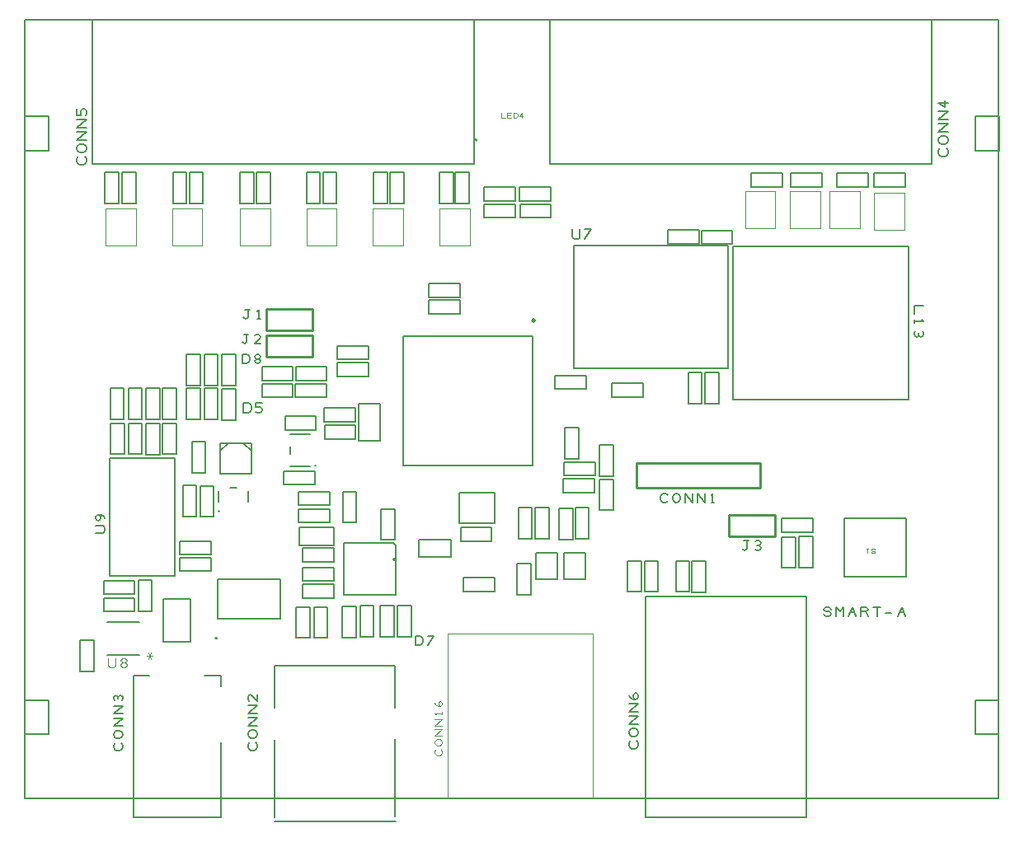
<source format=gbr>
%FSLAX36Y36*%
%MOMM*%
G04 EasyPC Gerber Version 18.0.8 Build 3632 *
%ADD10C,0.02540*%
%ADD14C,0.07620*%
%ADD20C,0.10000*%
%ADD15C,0.10160*%
%ADD17C,0.12700*%
%ADD18C,0.15000*%
%ADD71C,0.15240*%
%ADD13C,0.18000*%
%ADD19C,0.20000*%
%ADD70C,0.25000*%
%ADD21C,0.25400*%
X0Y0D02*
D02*
D10*
X50404200Y60197700D02*
X53504200D01*
Y63997700*
X50404200*
Y60197700*
X57204200D02*
X60304200D01*
Y63997700*
X57204200*
Y60197700*
X64179200D02*
X67279200D01*
Y63997700*
X64179200*
Y60197700*
X71004200D02*
X74104200D01*
Y63997700*
X71004200*
Y60197700*
X77804200D02*
X80904200D01*
Y63997700*
X77804200*
Y60197700*
X84704200D02*
X87804200D01*
Y63997700*
X84704200*
Y60197700*
X91004200Y73793000D02*
Y73316800D01*
X91401100*
X91639200D02*
Y73793000D01*
X92036100*
X91956700Y73554900D02*
X91639200D01*
Y73316800D02*
X92036100D01*
X92274200D02*
Y73793000D01*
X92512300*
X92591700Y73753300*
X92631400Y73713600*
X92671100Y73634300*
Y73475500*
X92631400Y73396100*
X92591700Y73356500*
X92512300Y73316800*
X92274200*
X93107600D02*
Y73793000D01*
X92909200Y73475500*
X93226700*
X119154200Y65747700D02*
X116054200D01*
Y61947700*
X119154200*
Y65747700*
X120679200Y61947700D02*
X123779200D01*
Y65747700*
X120679200*
Y61947700*
X127829200Y65797700D02*
X124729200D01*
Y61997700*
X127829200*
Y65797700*
X129279200Y61797700D02*
X132379200D01*
Y65597700*
X129279200*
Y61797700*
X129404200Y28934600D02*
X129364500Y29013900D01*
X129285100Y29053600*
X129126400*
X129047000Y29013900*
X129007300Y28934600*
X129047000Y28855200*
X129126400Y28815500*
X129285100*
X129364500Y28775800*
X129404200Y28696400*
X129364500Y28617100*
X129285100Y28577400*
X129126400*
X129047000Y28617100*
X129007300Y28696400*
X128689800Y29053600D02*
X128531100D01*
X128610400D02*
Y28577400D01*
X128689800Y28656800*
D02*
D13*
X48232300Y69291500D02*
X48311700Y69212100D01*
X48391100Y69053300*
Y68815200*
X48311700Y68656500*
X48232300Y68577100*
X48073600Y68497700*
X47756100*
X47597300Y68577100*
X47517900Y68656500*
X47438600Y68815200*
Y69053300*
X47517900Y69212100*
X47597300Y69291500*
X48073600Y69767700D02*
X47756100D01*
X47597300Y69847100*
X47517900Y69926500*
X47438600Y70085200*
Y70244000*
X47517900Y70402700*
X47597300Y70482100*
X47756100Y70561500*
X48073600*
X48232300Y70482100*
X48311700Y70402700*
X48391100Y70244000*
Y70085200*
X48311700Y69926500*
X48232300Y69847100*
X48073600Y69767700*
X48391100Y71037700D02*
X47438600D01*
X48391100Y71831500*
X47438600*
X48391100Y72307700D02*
X47438600D01*
X48391100Y73101500*
X47438600*
X48311700Y73577700D02*
X48391100Y73736500D01*
Y73974600*
X48311700Y74133300*
X48152900Y74212700*
X48073600*
X47914800Y74133300*
X47835400Y73974600*
Y73577700*
X47438600*
Y74212700*
X49363600Y30622700D02*
X50077900D01*
X50236700Y30702100*
X50316100Y30860800*
Y31178300*
X50236700Y31337100*
X50077900Y31416500*
X49363600*
X50316100Y32130800D02*
X50236700Y32289600D01*
X50077900Y32448300*
X49839800Y32527700*
X49601700*
X49442900Y32448300*
X49363600Y32289600*
Y32130800*
X49442900Y31972100*
X49601700Y31892700*
X49760400Y31972100*
X49839800Y32130800*
Y32289600*
X49760400Y32448300*
X49601700Y32527700*
X51982300Y9066500D02*
X52061700Y8987100D01*
X52141100Y8828300*
Y8590200*
X52061700Y8431500*
X51982300Y8352100*
X51823600Y8272700*
X51506100*
X51347300Y8352100*
X51267900Y8431500*
X51188600Y8590200*
Y8828300*
X51267900Y8987100*
X51347300Y9066500*
X51823600Y9542700D02*
X51506100D01*
X51347300Y9622100*
X51267900Y9701500*
X51188600Y9860200*
Y10019000*
X51267900Y10177700*
X51347300Y10257100*
X51506100Y10336500*
X51823600*
X51982300Y10257100*
X52061700Y10177700*
X52141100Y10019000*
Y9860200*
X52061700Y9701500*
X51982300Y9622100*
X51823600Y9542700*
X52141100Y10812700D02*
X51188600D01*
X52141100Y11606500*
X51188600*
X52141100Y12082700D02*
X51188600D01*
X52141100Y12876500*
X51188600*
X52061700Y13432100D02*
X52141100Y13590800D01*
Y13749600*
X52061700Y13908300*
X51902900Y13987700*
X51744200Y13908300*
X51664800Y13749600*
Y13590800*
Y13749600D02*
X51585400Y13908300D01*
X51426700Y13987700*
X51267900Y13908300*
X51188600Y13749600*
Y13590800*
X51267900Y13432100*
X64404200Y48060800D02*
Y49013300D01*
X64880500*
X65039200Y48934000*
X65118600Y48854600*
X65198000Y48695800*
Y48378300*
X65118600Y48219600*
X65039200Y48140200*
X64880500Y48060800*
X64404200*
X65912300Y48537100D02*
X66071100D01*
X66229800Y48616500*
X66309200Y48775200*
X66229800Y48934000*
X66071100Y49013300*
X65912300*
X65753600Y48934000*
X65674200Y48775200*
X65753600Y48616500*
X65912300Y48537100*
X65753600Y48457700*
X65674200Y48299000*
X65753600Y48140200*
X65912300Y48060800*
X66071100*
X66229800Y48140200*
X66309200Y48299000*
X66229800Y48457700*
X66071100Y48537100*
X64404200Y50244600D02*
X64483600Y50165200D01*
X64642300Y50085800*
X64801100Y50165200*
X64880500Y50244600*
Y51038300*
X65039200*
X64880500D02*
X64563000D01*
X66309200Y50085800D02*
X65674200D01*
X66229800Y50641500*
X66309200Y50800200*
X66229800Y50959000*
X66071100Y51038300*
X65833000*
X65674200Y50959000*
X64529200Y43035800D02*
Y43988300D01*
X65005500*
X65164200Y43909000*
X65243600Y43829600*
X65323000Y43670800*
Y43353300*
X65243600Y43194600*
X65164200Y43115200*
X65005500Y43035800*
X64529200*
X65799200Y43115200D02*
X65958000Y43035800D01*
X66196100*
X66354800Y43115200*
X66434200Y43274000*
Y43353300*
X66354800Y43512100*
X66196100Y43591500*
X65799200*
Y43988300*
X66434200*
X64554200Y52819600D02*
X64633600Y52740200D01*
X64792300Y52660800*
X64951100Y52740200*
X65030500Y52819600*
Y53613300*
X65189200*
X65030500D02*
X64713000D01*
X65983000Y52660800D02*
X66300500D01*
X66141700D02*
Y53613300D01*
X65983000Y53454600*
X65784300Y9091500D02*
X65863700Y9012100D01*
X65943100Y8853300*
Y8615200*
X65863700Y8456500*
X65784300Y8377100*
X65625600Y8297700*
X65308100*
X65149300Y8377100*
X65069900Y8456500*
X64990600Y8615200*
Y8853300*
X65069900Y9012100*
X65149300Y9091500*
X65625600Y9567700D02*
X65308100D01*
X65149300Y9647100*
X65069900Y9726500*
X64990600Y9885200*
Y10044000*
X65069900Y10202700*
X65149300Y10282100*
X65308100Y10361500*
X65625600*
X65784300Y10282100*
X65863700Y10202700*
X65943100Y10044000*
Y9885200*
X65863700Y9726500*
X65784300Y9647100*
X65625600Y9567700*
X65943100Y10837700D02*
X64990600D01*
X65943100Y11631500*
X64990600*
X65943100Y12107700D02*
X64990600D01*
X65943100Y12901500*
X64990600*
X65943100Y14012700D02*
Y13377700D01*
X65387400Y13933300*
X65228700Y14012700*
X65069900Y13933300*
X64990600Y13774600*
Y13536500*
X65069900Y13377700*
X82179200Y19110800D02*
Y20063300D01*
X82655500*
X82814200Y19984000*
X82893600Y19904600*
X82973000Y19745800*
Y19428300*
X82893600Y19269600*
X82814200Y19190200*
X82655500Y19110800*
X82179200*
X83449200D02*
X84084200Y20063300D01*
X83449200*
X98304200Y61838300D02*
Y61124000D01*
X98383600Y60965200*
X98542300Y60885800*
X98859800*
X99018600Y60965200*
X99098000Y61124000*
Y61838300*
X99574200Y60885800D02*
X100209200Y61838300D01*
X99574200*
X104907300Y9266500D02*
X104986700Y9187100D01*
X105066100Y9028300*
Y8790200*
X104986700Y8631500*
X104907300Y8552100*
X104748600Y8472700*
X104431100*
X104272300Y8552100*
X104192900Y8631500*
X104113600Y8790200*
Y9028300*
X104192900Y9187100*
X104272300Y9266500*
X104748600Y9742700D02*
X104431100D01*
X104272300Y9822100*
X104192900Y9901500*
X104113600Y10060200*
Y10219000*
X104192900Y10377700*
X104272300Y10457100*
X104431100Y10536500*
X104748600*
X104907300Y10457100*
X104986700Y10377700*
X105066100Y10219000*
Y10060200*
X104986700Y9901500*
X104907300Y9822100*
X104748600Y9742700*
X105066100Y11012700D02*
X104113600D01*
X105066100Y11806500*
X104113600*
X105066100Y12282700D02*
X104113600D01*
X105066100Y13076500*
X104113600*
X104827900Y13552700D02*
X104669200Y13632100D01*
X104589800Y13790800*
Y13949600*
X104669200Y14108300*
X104827900Y14187700*
X104986700Y14108300*
X105066100Y13949600*
Y13790800*
X104986700Y13632100*
X104827900Y13552700*
X104589800*
X104351700Y13632100*
X104192900Y13790800*
X104113600Y13949600*
X108123000Y33919600D02*
X108043600Y33840200D01*
X107884800Y33760800*
X107646700*
X107488000Y33840200*
X107408600Y33919600*
X107329200Y34078300*
Y34395800*
X107408600Y34554600*
X107488000Y34634000*
X107646700Y34713300*
X107884800*
X108043600Y34634000*
X108123000Y34554600*
X108599200Y34078300D02*
Y34395800D01*
X108678600Y34554600*
X108758000Y34634000*
X108916700Y34713300*
X109075500*
X109234200Y34634000*
X109313600Y34554600*
X109393000Y34395800*
Y34078300*
X109313600Y33919600*
X109234200Y33840200*
X109075500Y33760800*
X108916700*
X108758000Y33840200*
X108678600Y33919600*
X108599200Y34078300*
X109869200Y33760800D02*
Y34713300D01*
X110663000Y33760800*
Y34713300*
X111139200Y33760800D02*
Y34713300D01*
X111933000Y33760800*
Y34713300*
X112568000Y33760800D02*
X112885500D01*
X112726700D02*
Y34713300D01*
X112568000Y34554600*
X115779200Y29044600D02*
X115858600Y28965200D01*
X116017300Y28885800*
X116176100Y28965200*
X116255500Y29044600*
Y29838300*
X116414200*
X116255500D02*
X115938000D01*
X117128600Y28965200D02*
X117287300Y28885800D01*
X117446100*
X117604800Y28965200*
X117684200Y29124000*
X117604800Y29282700*
X117446100Y29362100*
X117287300*
X117446100D02*
X117604800Y29441500D01*
X117684200Y29600200*
X117604800Y29759000*
X117446100Y29838300*
X117287300*
X117128600Y29759000*
X124104200Y22324000D02*
X124183600Y22165200D01*
X124342300Y22085800*
X124659800*
X124818600Y22165200*
X124898000Y22324000*
X124818600Y22482700*
X124659800Y22562100*
X124342300*
X124183600Y22641500*
X124104200Y22800200*
X124183600Y22959000*
X124342300Y23038300*
X124659800*
X124818600Y22959000*
X124898000Y22800200*
X125374200Y22085800D02*
Y23038300D01*
X125771100Y22562100*
X126168000Y23038300*
Y22085800*
X126644200D02*
X127041100Y23038300D01*
X127438000Y22085800*
X126803000Y22482700D02*
X127279200D01*
X127914200Y22085800D02*
Y23038300D01*
X128469800*
X128628600Y22959000*
X128708000Y22800200*
X128628600Y22641500*
X128469800Y22562100*
X127914200*
X128469800D02*
X128708000Y22085800D01*
X129581100D02*
Y23038300D01*
X129184200D02*
X129978000D01*
X130454200Y22403300D02*
X131089200D01*
X131724200Y22085800D02*
X132121100Y23038300D01*
X132518000Y22085800*
X131883000Y22482700D02*
X132359200D01*
X134369800Y53972700D02*
X133417300D01*
Y53178900*
Y52543900D02*
Y52226400D01*
Y52385200D02*
X134369800D01*
X134211100Y52543900*
X133496700Y51353300D02*
X133417300Y51194600D01*
Y51035800*
X133496700Y50877100*
X133655500Y50797700*
X133814200Y50877100*
X133893600Y51035800*
Y51194600*
Y51035800D02*
X133973000Y50877100D01*
X134131700Y50797700*
X134290500Y50877100*
X134369800Y51035800*
Y51194600*
X134290500Y51353300*
X136707300Y70141500D02*
X136786700Y70062100D01*
X136866100Y69903300*
Y69665200*
X136786700Y69506500*
X136707300Y69427100*
X136548600Y69347700*
X136231100*
X136072300Y69427100*
X135992900Y69506500*
X135913600Y69665200*
Y69903300*
X135992900Y70062100*
X136072300Y70141500*
X136548600Y70617700D02*
X136231100D01*
X136072300Y70697100*
X135992900Y70776500*
X135913600Y70935200*
Y71094000*
X135992900Y71252700*
X136072300Y71332100*
X136231100Y71411500*
X136548600*
X136707300Y71332100*
X136786700Y71252700*
X136866100Y71094000*
Y70935200*
X136786700Y70776500*
X136707300Y70697100*
X136548600Y70617700*
X136866100Y71887700D02*
X135913600D01*
X136866100Y72681500*
X135913600*
X136866100Y73157700D02*
X135913600D01*
X136866100Y73951500*
X135913600*
X136866100Y74824600D02*
X135913600D01*
X136548600Y74427700*
Y75062700*
D02*
D14*
X50629200Y17788300D02*
Y17074000D01*
X50708600Y16915200*
X50867300Y16835800*
X51184800*
X51343600Y16915200*
X51423000Y17074000*
Y17788300*
X52137300Y17312100D02*
X52296100D01*
X52454800Y17391500*
X52534200Y17550200*
X52454800Y17709000*
X52296100Y17788300*
X52137300*
X51978600Y17709000*
X51899200Y17550200*
X51978600Y17391500*
X52137300Y17312100*
X51978600Y17232700*
X51899200Y17074000*
X51978600Y16915200*
X52137300Y16835800*
X52296100*
X52454800Y16915200*
X52534200Y17074000*
X52454800Y17232700*
X52296100Y17312100*
X55214100Y18038100D02*
X54579100D01*
X55055300Y18355600D02*
X54737800Y17720600D01*
X55055300D02*
X54737800Y18355600D01*
D02*
D15*
X84811700Y8432700D02*
X84875200Y8369200D01*
X84938700Y8242200*
Y8051700*
X84875200Y7924700*
X84811700Y7861200*
X84684700Y7797700*
X84430700*
X84303700Y7861200*
X84240200Y7924700*
X84176700Y8051700*
Y8242200*
X84240200Y8369200*
X84303700Y8432700*
X84684700Y8813700D02*
X84430700D01*
X84303700Y8877200*
X84240200Y8940700*
X84176700Y9067700*
Y9194700*
X84240200Y9321700*
X84303700Y9385200*
X84430700Y9448700*
X84684700*
X84811700Y9385200*
X84875200Y9321700*
X84938700Y9194700*
Y9067700*
X84875200Y8940700*
X84811700Y8877200*
X84684700Y8813700*
X84938700Y9829700D02*
X84176700D01*
X84938700Y10464700*
X84176700*
X84938700Y10845700D02*
X84176700D01*
X84938700Y11480700*
X84176700*
X84938700Y11988700D02*
Y12242700D01*
Y12115700D02*
X84176700D01*
X84303700Y11988700*
X84748200Y12877700D02*
X84621200Y12941200D01*
X84557700Y13068200*
Y13195200*
X84621200Y13322200*
X84748200Y13385700*
X84875200Y13322200*
X84938700Y13195200*
Y13068200*
X84875200Y12941200*
X84748200Y12877700*
X84557700*
X84367200Y12941200*
X84240200Y13068200*
X84176700Y13195200*
D02*
D17*
X42104200Y3347700D02*
X142104200D01*
Y83347700*
X42104200*
Y3347700*
X42113200Y9947700D02*
X44513200D01*
Y13447700*
X42113200*
Y9947700*
Y69947700D02*
X44513200D01*
Y73447700*
X42113200*
Y69947700*
X50804200Y26235200D02*
X57504200D01*
Y38300200*
X50804200*
Y26235200*
X53232600Y1522700D02*
Y15922700D01*
X53257600Y15972700D02*
X54857600D01*
X62019000Y32811100D02*
G75*
G03X62034800Y32905900I7900J47400D01*
G01*
G75*
G03X62019000Y32811100I-7900J-47400*
G01*
X62232600Y1422700D02*
Y9122700D01*
Y1422700D02*
X53232600D01*
X62232600Y14922700D02*
Y15922700D01*
Y15972700D02*
X60557600D01*
X67711200Y17012700D02*
X80111200D01*
X67731200Y1412700D02*
Y9412700D01*
Y12662700D02*
Y17012700D01*
X67761200Y1012700D02*
X80161200D01*
X71950000Y37536100D02*
G75*
G03X71871000Y37567700I-39500J15800D01*
G01*
G75*
G03X71950000Y37536100I39500J-15800*
G01*
X74854200Y29597700D02*
X79954200D01*
X80154200Y29397700*
Y24297700*
X74854200*
Y29597700*
X78556500Y40085500D02*
Y43894300D01*
X76334700*
Y40085500*
X78556500*
X79874200Y27922700D02*
G75*
G03X80154200I140000D01*
G01*
G75*
G03X79874200I-140000*
G01*
G36*
G75*
G03X80154200I140000*
G01*
G75*
G03X79874200I-140000*
G01*
G37*
X80131200Y1472700D02*
Y9472700D01*
Y12672700D02*
Y17022700D01*
X82581200Y29961700D02*
X85883200D01*
Y28183700*
X82581200*
Y29961700*
X88181200Y68547700D02*
Y83347700D01*
X48981200*
Y68547700*
X88181200*
X90329200Y34772700D02*
X86729200D01*
Y31672700*
X90329200*
Y34772700*
X96754200Y25886700D02*
X94554200D01*
Y28617200*
X96754200*
Y27847700*
X96748700*
Y27097700*
X96754200*
Y25886700*
X98446700Y47577700D02*
X114321700D01*
Y60150700*
X98446700*
Y47577700*
X99654200Y25886700D02*
X97454200D01*
Y28617200*
X99654200*
Y27847700*
X99648700*
Y27097700*
X99654200*
Y25886700*
X132829200Y60097700D02*
X114829200D01*
Y44347700*
X132829200*
Y60097700*
X135227200Y68547700D02*
Y83347700D01*
X96027200*
Y68547700*
X135227200*
X139707400Y9947700D02*
X142107400D01*
Y13447700*
X139707400*
Y9947700*
X139713600Y69947700D02*
X142113600D01*
Y73447700*
X139713600*
Y69947700*
D02*
D18*
X47754200Y19622700D02*
Y16422700D01*
X49154200*
Y19622700*
X47754200*
X50179200Y22572700D02*
X53379200D01*
Y23972700*
X50179200*
Y22572700*
X50854200Y45522700D02*
Y42322700D01*
X52254200*
Y45522700*
X50854200*
X51704200Y64497700D02*
Y67697700D01*
X50304200*
Y64497700*
X51704200*
X52279200Y38722700D02*
Y41922700D01*
X50879200*
Y38722700*
X52279200*
X52704200Y45522700D02*
Y42322700D01*
X54104200*
Y45522700*
X52704200*
X53379200Y25747700D02*
X50179200D01*
Y24347700*
X53379200*
Y25747700*
X53504200Y64497700D02*
Y67697700D01*
X52104200*
Y64497700*
X53504200*
X54104200Y38722700D02*
Y41922700D01*
X52704200*
Y38722700*
X54104200*
X54554200Y45522700D02*
Y42322700D01*
X55954200*
Y45522700*
X54554200*
X55129200Y22572700D02*
Y25772700D01*
X53729200*
Y22572700*
X55129200*
X55954200Y38697700D02*
Y41897700D01*
X54554200*
Y38697700*
X55954200*
X56254200Y45522700D02*
Y42322700D01*
X57654200*
Y45522700*
X56254200*
X56304200Y23872700D02*
Y19472700D01*
X59104200*
Y23872700*
X56304200*
X57654200Y38722700D02*
Y41922700D01*
X56254200*
Y38722700*
X57654200*
X57979200Y26722700D02*
X61179200D01*
Y28122700*
X57979200*
Y26722700*
Y28422700D02*
X61179200D01*
Y29822700*
X57979200*
Y28422700*
X58704200Y48972700D02*
Y45772700D01*
X60104200*
Y48972700*
X58704200*
Y64497700D02*
Y67697700D01*
X57304200*
Y64497700*
X58704200*
X59229200Y39997700D02*
Y36797700D01*
X60629200*
Y39997700*
X59229200*
X59704200Y32347700D02*
Y35547700D01*
X58304200*
Y32347700*
X59704200*
X60079200Y42322700D02*
Y45522700D01*
X58679200*
Y42322700*
X60079200*
X60404200Y64497700D02*
Y67697700D01*
X59004200*
Y64497700*
X60404200*
X60529200Y48972700D02*
Y45772700D01*
X61929200*
Y48972700*
X60529200*
X61504200Y32297700D02*
Y35497700D01*
X60104200*
Y32297700*
X61504200*
X61904200Y42322700D02*
Y45522700D01*
X60504200*
Y42322700*
X61904200*
X62354200Y48972700D02*
Y45772700D01*
X63754200*
Y48972700*
X62354200*
X63729200Y42272700D02*
Y45472700D01*
X62329200*
Y42272700*
X63729200*
X65604200Y64497700D02*
Y67697700D01*
X64204200*
Y64497700*
X65604200*
X67304200D02*
Y67697700D01*
X65904200*
Y64497700*
X67304200*
X68679200Y35597700D02*
X71879200D01*
Y36997700*
X68679200*
Y35597700*
X69629200Y45972700D02*
X66429200D01*
Y44572700*
X69629200*
Y45972700*
Y47697700D02*
X66429200D01*
Y46297700*
X69629200*
Y47697700*
X69879200Y44572700D02*
X73079200D01*
Y45972700*
X69879200*
Y44572700*
X69904200Y46297700D02*
X73104200D01*
Y47697700*
X69904200*
Y46297700*
X71354200Y19847700D02*
Y23047700D01*
X69954200*
Y19847700*
X71354200*
X72004200Y42622700D02*
X68804200D01*
Y41222700*
X72004200*
Y42622700*
X72404200Y64497700D02*
Y67697700D01*
X71004200*
Y64497700*
X72404200*
X72829200Y42072700D02*
X76029200D01*
Y43472700*
X72829200*
Y42072700*
X72854200Y40297700D02*
X76054200D01*
Y41697700*
X72854200*
Y40297700*
X73154200Y19847700D02*
Y23047700D01*
X71754200*
Y19847700*
X73154200*
X73404200Y33097700D02*
X70204200D01*
Y31697700*
X73404200*
Y33097700*
Y34897700D02*
X70204200D01*
Y33497700*
X73404200*
Y34897700*
X73804200Y27097700D02*
X70604200D01*
Y25697700*
X73804200*
Y27097700*
Y29072700D02*
X70604200D01*
Y27672700*
X73804200*
Y29072700*
X73829200Y25372700D02*
X70629200D01*
Y23972700*
X73829200*
Y25372700*
Y31197700D02*
X70229200D01*
Y29397700*
X73829200*
Y31197700*
X74104200Y64497700D02*
Y67697700D01*
X72704200*
Y64497700*
X74104200*
X76104200Y19897700D02*
Y23097700D01*
X74704200*
Y19897700*
X76104200*
X76129200Y31697700D02*
Y34897700D01*
X74729200*
Y31697700*
X76129200*
X77404200Y48147700D02*
X74204200D01*
Y46747700*
X77404200*
Y48147700*
Y49872700D02*
X74204200D01*
Y48472700*
X77404200*
Y49872700*
X77904200Y19947700D02*
Y23147700D01*
X76504200*
Y19947700*
X77904200*
X78604200Y23147700D02*
Y19947700D01*
X80004200*
Y23147700*
X78604200*
X79304200Y64497700D02*
Y67697700D01*
X77904200*
Y64497700*
X79304200*
X80054200Y29922700D02*
Y33122700D01*
X78654200*
Y29922700*
X80054200*
X80354200Y23147700D02*
Y19947700D01*
X81754200*
Y23147700*
X80354200*
X81004200Y64497700D02*
Y67697700D01*
X79604200*
Y64497700*
X81004200*
X83604200Y53172700D02*
X86804200D01*
Y54572700*
X83604200*
Y53172700*
X86104200Y64497700D02*
Y67697700D01*
X84704200*
Y64497700*
X86104200*
X86804200Y56272700D02*
X83604200D01*
Y54872700*
X86804200*
Y56272700*
X86829200Y29797700D02*
X90029200D01*
Y31197700*
X86829200*
Y29797700*
X87129200Y24647700D02*
X90329200D01*
Y26047700*
X87129200*
Y24647700*
X87704200Y64497700D02*
Y67697700D01*
X86304200*
Y64497700*
X87704200*
X89229200Y64772700D02*
X92429200D01*
Y66172700*
X89229200*
Y64772700*
X92429200Y64422700D02*
X89229200D01*
Y63022700*
X92429200*
Y64422700*
X92779200Y33247700D02*
Y30047700D01*
X94179200*
Y33247700*
X92779200*
X92904200Y64772700D02*
X96104200D01*
Y66172700*
X92904200*
Y64772700*
X94054200Y24297700D02*
Y27497700D01*
X92654200*
Y24297700*
X94054200*
X95904200Y30047700D02*
Y33247700D01*
X94504200*
Y30047700*
X95904200*
X96129200Y64422700D02*
X92929200D01*
Y63022700*
X96129200*
Y64422700*
X96504200Y45422700D02*
X99704200D01*
Y46822700*
X96504200*
Y45422700*
X96954200Y33197700D02*
Y29997700D01*
X98354200*
Y33197700*
X96954200*
X97404200Y34797700D02*
X100604200D01*
Y36197700*
X97404200*
Y34797700*
X97429200Y36547700D02*
X100629200D01*
Y37947700*
X97429200*
Y36547700*
X97554200Y41447700D02*
Y38247700D01*
X98954200*
Y41447700*
X97554200*
X98629200Y33222700D02*
Y30022700D01*
X100029200*
Y33222700*
X98629200*
X101104200Y36172700D02*
Y32972700D01*
X102504200*
Y36172700*
X101104200*
X102504200Y36472700D02*
Y39672700D01*
X101104200*
Y36472700*
X102504200*
X103979200Y27797700D02*
Y24597700D01*
X105379200*
Y27797700*
X103979200*
X105554200Y46047700D02*
X102354200D01*
Y44647700*
X105554200*
Y46047700*
X107129200Y24597700D02*
Y27797700D01*
X105729200*
Y24597700*
X107129200*
X108129200Y60372700D02*
X111329200D01*
Y61772700*
X108129200*
Y60372700*
X108929200Y27797700D02*
Y24597700D01*
X110329200*
Y27797700*
X108929200*
X110579200Y27747700D02*
Y24547700D01*
X111979200*
Y27747700*
X110579200*
X111629200Y43947700D02*
Y47147700D01*
X110229200*
Y43947700*
X111629200*
X113354200D02*
Y47147700D01*
X111954200*
Y43947700*
X113354200*
X114754200Y61747700D02*
X111554200D01*
Y60347700*
X114754200*
Y61747700*
X119804200Y30247700D02*
Y27047700D01*
X121204200*
Y30247700*
X119804200*
X119854200Y67622700D02*
X116654200D01*
Y66222700*
X119854200*
Y67622700*
X121604200Y30272700D02*
Y27072700D01*
X123004200*
Y30272700*
X121604200*
X122352700Y24128200D02*
X105842700D01*
Y1434100*
X122352700*
Y24128200*
X122979200Y32122700D02*
X119779200D01*
Y30722700*
X122979200*
Y32122700*
X123929200Y67597700D02*
X120729200D01*
Y66197700*
X123929200*
Y67597700*
X128654200D02*
X125454200D01*
Y66197700*
X128654200*
Y67597700*
X132479200Y67622700D02*
X129279200D01*
Y66222700*
X132479200*
Y67622700*
D02*
D19*
X61728200Y19731500D02*
G75*
G03X61748400Y19930900I10100J99700D01*
G01*
G75*
G03X61728200Y19731500I-10100J-99700*
G01*
X61879200Y21797700D02*
Y25897700D01*
X68329200*
Y21797700*
X61879200*
X88408800Y71136400D02*
G75*
G02Y70935000J-100700D01*
G01*
Y71136400D02*
G75*
G02Y70935000J-100700D01*
G01*
G75*
G02Y71136400J100700*
G01*
X94229200Y50897700D02*
Y37597700D01*
X80929200*
Y50897700*
X94229200*
X132578200Y26172700D02*
X126230200D01*
Y32172700*
X132578200*
Y26172700*
D02*
D70*
X94329200Y52347700D02*
G75*
G02Y52597700J125000D01*
G01*
Y52347700D02*
G75*
G02Y52597700J125000D01*
G01*
G75*
G02Y52347700J-125000*
G01*
D02*
D71*
X50527800Y18146300D02*
X53880600D01*
Y21499100D02*
X50527800D01*
X62005600Y34949100D02*
Y33896300D01*
X62966800Y39897900D02*
X62154000Y39085100D01*
X63870000Y35260900D02*
X63138400D01*
X64541600Y39897900D02*
X65354400Y39085100D01*
X65002800Y33896300D02*
Y34949100D01*
X65354400Y39897900D02*
X62154000D01*
Y36697500*
X65354400*
Y39897900*
X69376300Y37522100D02*
X71332100D01*
X69376300Y39511000D02*
Y38784400D01*
X71332100Y40773300D02*
X69376300D01*
D02*
D20*
X100442700Y20297700D02*
X85517700D01*
Y3397700*
X100442700*
Y20297700*
D02*
D21*
X66843300Y48761800D02*
X71604300D01*
Y50983600*
X66843300*
Y48761800*
Y51436800D02*
X71604300D01*
Y53658600*
X66843300*
Y51436800*
X114368300Y30311800D02*
X119129300D01*
Y32533600*
X114368300*
Y30311800*
X117574200Y37842700D02*
X104874200D01*
Y35302700*
X117574200*
Y37842700*
X0Y0D02*
M02*

</source>
